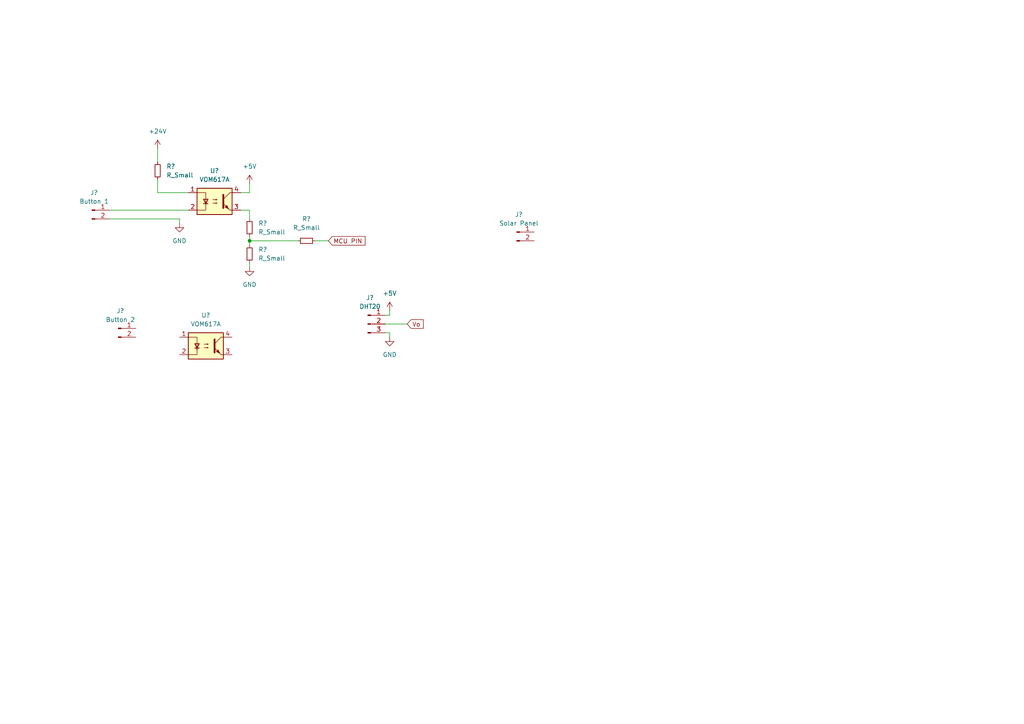
<source format=kicad_sch>
(kicad_sch (version 20211123) (generator eeschema)
  (paper "A4")
  (lib_symbols
    (symbol "Connector:Conn_01x02_Male" (pin_names (offset 1.016) hide)
      (property "Reference" "J" (at 0 2.54 0))
      (property "Value" "Conn_01x02_Male" (at 0 -5.08 0))
      (symbol "Conn_01x02_Male_1_1"
        (polyline (pts (xy 1.27 -2.54) (xy 0.8636 -2.54)) (stroke (width 0.1524)))
        (polyline (pts (xy 1.27 0) (xy 0.8636 0)) (stroke (width 0.1524)))
        (rectangle (start 0.8636 -2.413) (end 0 -2.667) (stroke (width 0.1524)) (fill (type outline)))
        (rectangle (start 0.8636 0.127) (end 0 -0.127) (stroke (width 0.1524)) (fill (type outline)))
        (pin passive line (at 5.08 0 180) (length 3.81) (name "Pin_1") (number "1"))
        (pin passive line (at 5.08 -2.54 180) (length 3.81) (name "Pin_2") (number "2"))
      )
    )
    (symbol "Connector:Conn_01x03_Male" (pin_names (offset 1.016) hide)
      (property "Reference" "J" (at 0 5.08 0))
      (property "Value" "Conn_01x03_Male" (at 0 -5.08 0))
      (symbol "Conn_01x03_Male_1_1"
        (polyline (pts (xy 1.27 -2.54) (xy 0.8636 -2.54)) (stroke (width 0.1524)))
        (polyline (pts (xy 1.27 0) (xy 0.8636 0)) (stroke (width 0.1524)))
        (polyline (pts (xy 1.27 2.54) (xy 0.8636 2.54)) (stroke (width 0.1524)))
        (rectangle (start 0.8636 -2.413) (end 0 -2.667) (stroke (width 0.1524)) (fill (type outline)))
        (rectangle (start 0.8636 0.127) (end 0 -0.127) (stroke (width 0.1524)) (fill (type outline)))
        (rectangle (start 0.8636 2.667) (end 0 2.413) (stroke (width 0.1524)) (fill (type outline)))
        (pin passive line (at 5.08 2.54 180) (length 3.81) (name "Pin_1") (number "1"))
        (pin passive line (at 5.08 0 180) (length 3.81) (name "Pin_2") (number "2"))
        (pin passive line (at 5.08 -2.54 180) (length 3.81) (name "Pin_3") (number "3"))
      )
    )
    (symbol "Device:R_Small" (pin_numbers hide) (pin_names (offset 0.254) hide)
      (property "Reference" "R" (at 0.762 0.508 0))
      (property "Value" "R_Small" (at 0.762 -1.016 0))
      (symbol "R_Small_0_1"
        (rectangle (start -0.762 1.778) (end 0.762 -1.778) (stroke (width 0.2032)))
      )
      (symbol "R_Small_1_1"
        (pin passive line (at 0 2.54 270) (length 0.762) (name "~") (number "1"))
        (pin passive line (at 0 -2.54 90) (length 0.762) (name "~") (number "2"))
      )
    )
    (symbol "Isolator:SFH617A-1" (pin_names (offset 1.016))
      (property "Reference" "U" (at -5.08 5.08 0))
      (property "Value" "SFH617A-1" (at 0 5.08 0))
      (symbol "SFH617A-1_0_1"
        (rectangle (start -5.08 3.81) (end 5.08 -3.81) (stroke (width 0.254)) (fill (type background)))
        (polyline (pts (xy -3.175 -0.635) (xy -1.905 -0.635)) (stroke (width 0.254)))
        (polyline (pts (xy 2.54 0.635) (xy 4.445 2.54)))
        (polyline (pts (xy 4.445 -2.54) (xy 2.54 -0.635)) (fill (type outline)))
        (polyline (pts (xy 4.445 -2.54) (xy 5.08 -2.54)))
        (polyline (pts (xy 4.445 2.54) (xy 5.08 2.54)))
        (polyline (pts (xy -2.54 -0.635) (xy -2.54 -2.54) (xy -5.08 -2.54)))
        (polyline (pts (xy 2.54 1.905) (xy 2.54 -1.905) (xy 2.54 -1.905)) (stroke (width 0.508)))
        (polyline (pts (xy -5.08 2.54) (xy -2.54 2.54) (xy -2.54 -1.27) (xy -2.54 0.635)))
        (polyline (pts (xy -2.54 -0.635) (xy -3.175 0.635) (xy -1.905 0.635) (xy -2.54 -0.635)) (stroke (width 0.254)))
        (polyline (pts (xy -0.508 -0.508) (xy 0.762 -0.508) (xy 0.381 -0.635) (xy 0.381 -0.381) (xy 0.762 -0.508)))
        (polyline (pts (xy -0.508 0.508) (xy 0.762 0.508) (xy 0.381 0.381) (xy 0.381 0.635) (xy 0.762 0.508)))
        (polyline (pts (xy 3.048 -1.651) (xy 3.556 -1.143) (xy 4.064 -2.159) (xy 3.048 -1.651) (xy 3.048 -1.651)) (fill (type outline)))
      )
      (symbol "SFH617A-1_1_1"
        (pin passive line (at -7.62 2.54 0) (length 2.54) (name "~") (number "1"))
        (pin passive line (at -7.62 -2.54 0) (length 2.54) (name "~") (number "2"))
        (pin passive line (at 7.62 -2.54 180) (length 2.54) (name "~") (number "3"))
        (pin passive line (at 7.62 2.54 180) (length 2.54) (name "~") (number "4"))
      )
    )
    (symbol "power:+24V" (power) (pin_names (offset 0))
      (property "Value" "+24V" (at 0 3.556 0))
      (symbol "+24V_0_1"
        (polyline (pts (xy -0.762 1.27) (xy 0 2.54)))
        (polyline (pts (xy 0 0) (xy 0 2.54)))
        (polyline (pts (xy 0 2.54) (xy 0.762 1.27)))
      )
      (symbol "+24V_1_1"
        (pin power_in line (at 0 0 90) (length 0) hide (name "+24V") (number "1"))
      )
    )
    (symbol "power:+5V" (power) (pin_names (offset 0))
      (property "Value" "+5V" (at 0 3.556 0))
      (symbol "+5V_0_1"
        (polyline (pts (xy -0.762 1.27) (xy 0 2.54)))
        (polyline (pts (xy 0 0) (xy 0 2.54)))
        (polyline (pts (xy 0 2.54) (xy 0.762 1.27)))
      )
      (symbol "+5V_1_1"
        (pin power_in line (at 0 0 90) (length 0) hide (name "+5V") (number "1"))
      )
    )
    (symbol "power:GND" (power) (pin_names (offset 0))
      (property "Value" "GND" (at 0 -3.81 0))
      (symbol "GND_0_1"
        (polyline (pts (xy 0 0) (xy 0 -1.27) (xy 1.27 -1.27) (xy 0 -2.54) (xy -1.27 -1.27) (xy 0 -1.27)))
      )
      (symbol "GND_1_1"
        (pin power_in line (at 0 0 270) (length 0) hide (name "GND") (number "1"))
      )
    )
  )
  (junction (at 72.39 69.85))
  (wire (pts (xy 72.39 60.96) (xy 72.39 63.5)))
  (wire (pts (xy 113.03 90.17) (xy 113.03 91.44)))
  (wire (pts (xy 45.72 43.18) (xy 45.72 46.99)))
  (wire (pts (xy 31.75 60.96) (xy 54.61 60.96)))
  (wire (pts (xy 111.76 93.98) (xy 118.11 93.98)))
  (wire (pts (xy 45.72 52.07) (xy 45.72 55.88)))
  (wire (pts (xy 45.72 55.88) (xy 54.61 55.88)))
  (wire (pts (xy 52.07 63.5) (xy 52.07 64.77)))
  (wire (pts (xy 91.44 69.85) (xy 95.25 69.85)))
  (wire (pts (xy 69.85 60.96) (xy 72.39 60.96)))
  (wire (pts (xy 113.03 96.52) (xy 113.03 97.79)))
  (wire (pts (xy 72.39 76.2) (xy 72.39 77.47)))
  (wire (pts (xy 72.39 69.85) (xy 72.39 71.12)))
  (wire (pts (xy 111.76 96.52) (xy 113.03 96.52)))
  (wire (pts (xy 72.39 55.88) (xy 69.85 55.88)))
  (wire (pts (xy 31.75 63.5) (xy 52.07 63.5)))
  (wire (pts (xy 72.39 53.34) (xy 72.39 55.88)))
  (wire (pts (xy 113.03 91.44) (xy 111.76 91.44)))
  (wire (pts (xy 72.39 68.58) (xy 72.39 69.85)))
  (wire (pts (xy 72.39 69.85) (xy 86.36 69.85)))
  (global_label "MCU PIN" (shape input) (at 95.25 69.85 0) (property "Intersheet References" "${INTERSHEET_REFS}" (effects hide)))
  (global_label "Vo" (shape input) (at 118.11 93.98 0) (property "Intersheet References" "${INTERSHEET_REFS}" (effects hide)))
  (symbol (lib_id "Device:R_Small") (at 72.39 73.66 0) (unit 1)
    (property "Reference" "R?" (at 74.93 72.3899 0) (effects (justify left)))
    (property "Value" "R_Small" (at 74.93 74.9299 0) (effects (justify left)))
  )
  (symbol (lib_id "Connector:Conn_01x02_Male") (at 26.67 60.96 0) (unit 1)
    (property "Reference" "J?" (at 27.305 55.88 0))
    (property "Value" "Button 1" (at 27.305 58.42 0))
  )
  (symbol (lib_id "Connector:Conn_01x02_Male") (at 149.86 67.31 0) (unit 1)
    (property "Reference" "J?" (at 150.495 62.23 0))
    (property "Value" "Solar Panel" (at 150.495 64.77 0))
  )
  (symbol (lib_id "Connector:Conn_01x03_Male") (at 106.68 93.98 0) (unit 1)
    (property "Reference" "J?" (at 107.315 86.36 0))
    (property "Value" "DHT20" (at 107.315 88.9 0))
  )
  (symbol (lib_id "power:GND") (at 113.03 97.79 0) (unit 1)
    (property "Reference" "#PWR?" (effects hide))
    (property "Value" "GND" (at 113.03 102.87 0))
  )
  (symbol (lib_id "Connector:Conn_01x02_Male") (at 34.29 95.25 0) (unit 1)
    (property "Reference" "J?" (at 34.925 90.17 0))
    (property "Value" "Button 2" (at 34.925 92.71 0))
  )
  (symbol (lib_id "power:+5V") (at 113.03 90.17 0) (unit 1)
    (property "Reference" "#PWR?" (effects hide))
    (property "Value" "+5V" (at 113.03 85.09 0))
  )
  (symbol (lib_id "power:GND") (at 52.07 64.77 0) (unit 1)
    (property "Reference" "#PWR?" (effects hide))
    (property "Value" "GND" (at 52.07 69.85 0))
  )
  (symbol (lib_id "power:GND") (at 72.39 77.47 0) (unit 1)
    (property "Reference" "#PWR?" (effects hide))
    (property "Value" "GND" (at 72.39 82.55 0))
  )
  (symbol (lib_id "Device:R_Small") (at 45.72 49.53 180) (unit 1)
    (property "Reference" "R?" (at 48.26 48.2599 0) (effects (justify right)))
    (property "Value" "R_Small" (at 48.26 50.7999 0) (effects (justify right)))
  )
  (symbol (lib_id "Device:R_Small") (at 88.9 69.85 90) (unit 1)
    (property "Reference" "R?" (at 88.9 63.5 90))
    (property "Value" "R_Small" (at 88.9 66.04 90))
  )
  (symbol (lib_id "power:+24V") (at 45.72 43.18 0) (unit 1)
    (property "Reference" "#PWR?" (effects hide))
    (property "Value" "+24V" (at 45.72 38.1 0))
  )
  (symbol (lib_id "Device:R_Small") (at 72.39 66.04 0) (unit 1)
    (property "Reference" "R?" (at 74.93 64.7699 0) (effects (justify left)))
    (property "Value" "R_Small" (at 74.93 67.3099 0) (effects (justify left)))
  )
  (symbol (lib_id "power:+5V") (at 72.39 53.34 0) (unit 1)
    (property "Reference" "#PWR?" (effects hide))
    (property "Value" "+5V" (at 72.39 48.26 0))
  )
  (symbol (lib_id "Isolator:SFH617A-1") (at 59.69 100.33 0) (unit 1)
    (property "Reference" "U?" (at 59.69 91.44 0))
    (property "Value" "VOM617A" (at 59.69 93.98 0))
    (property "Footprint" "Package_DIP:DIP-4_W7.62mm" (effects hide))
    (property "Datasheet" "http://www.vishay.com/docs/83740/sfh617a.pdf" (effects hide))
  )
  (symbol (lib_id "Isolator:SFH617A-1") (at 62.23 58.42 0) (unit 1)
    (property "Reference" "U?" (at 62.23 49.53 0))
    (property "Value" "VOM617A" (at 62.23 52.07 0))
    (property "Footprint" "Package_DIP:DIP-4_W7.62mm" (effects hide))
    (property "Datasheet" "http://www.vishay.com/docs/83740/sfh617a.pdf" (effects hide))
  )
)
</source>
